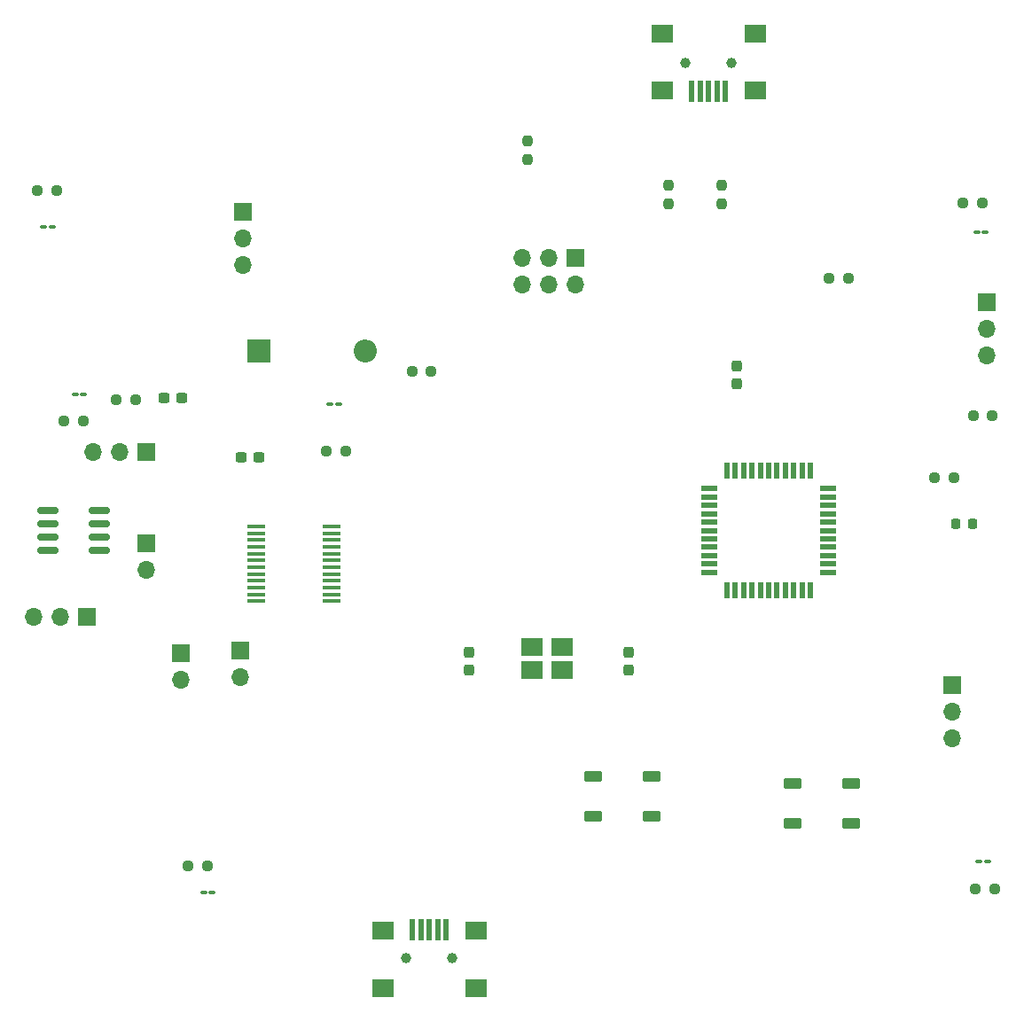
<source format=gts>
G04 #@! TF.GenerationSoftware,KiCad,Pcbnew,7.0.7*
G04 #@! TF.CreationDate,2024-04-23T20:33:32+02:00*
G04 #@! TF.ProjectId,SE3-pad,5345332d-7061-4642-9e6b-696361645f70,rev?*
G04 #@! TF.SameCoordinates,Original*
G04 #@! TF.FileFunction,Soldermask,Top*
G04 #@! TF.FilePolarity,Negative*
%FSLAX46Y46*%
G04 Gerber Fmt 4.6, Leading zero omitted, Abs format (unit mm)*
G04 Created by KiCad (PCBNEW 7.0.7) date 2024-04-23 20:33:32*
%MOMM*%
%LPD*%
G01*
G04 APERTURE LIST*
G04 Aperture macros list*
%AMRoundRect*
0 Rectangle with rounded corners*
0 $1 Rounding radius*
0 $2 $3 $4 $5 $6 $7 $8 $9 X,Y pos of 4 corners*
0 Add a 4 corners polygon primitive as box body*
4,1,4,$2,$3,$4,$5,$6,$7,$8,$9,$2,$3,0*
0 Add four circle primitives for the rounded corners*
1,1,$1+$1,$2,$3*
1,1,$1+$1,$4,$5*
1,1,$1+$1,$6,$7*
1,1,$1+$1,$8,$9*
0 Add four rect primitives between the rounded corners*
20,1,$1+$1,$2,$3,$4,$5,0*
20,1,$1+$1,$4,$5,$6,$7,0*
20,1,$1+$1,$6,$7,$8,$9,0*
20,1,$1+$1,$8,$9,$2,$3,0*%
G04 Aperture macros list end*
%ADD10RoundRect,0.150000X-0.825000X-0.150000X0.825000X-0.150000X0.825000X0.150000X-0.825000X0.150000X0*%
%ADD11RoundRect,0.237500X-0.237500X0.300000X-0.237500X-0.300000X0.237500X-0.300000X0.237500X0.300000X0*%
%ADD12RoundRect,0.237500X0.237500X-0.300000X0.237500X0.300000X-0.237500X0.300000X-0.237500X-0.300000X0*%
%ADD13RoundRect,0.218750X0.218750X0.256250X-0.218750X0.256250X-0.218750X-0.256250X0.218750X-0.256250X0*%
%ADD14RoundRect,0.237500X-0.250000X-0.237500X0.250000X-0.237500X0.250000X0.237500X-0.250000X0.237500X0*%
%ADD15RoundRect,0.237500X-0.237500X0.250000X-0.237500X-0.250000X0.237500X-0.250000X0.237500X0.250000X0*%
%ADD16R,0.550000X1.500000*%
%ADD17R,1.500000X0.550000*%
%ADD18R,1.700000X1.700000*%
%ADD19O,1.700000X1.700000*%
%ADD20RoundRect,0.101600X-0.762000X0.381000X-0.762000X-0.381000X0.762000X-0.381000X0.762000X0.381000X0*%
%ADD21R,2.100000X1.800000*%
%ADD22RoundRect,0.237500X0.237500X-0.250000X0.237500X0.250000X-0.237500X0.250000X-0.237500X-0.250000X0*%
%ADD23RoundRect,0.100000X-0.217500X-0.100000X0.217500X-0.100000X0.217500X0.100000X-0.217500X0.100000X0*%
%ADD24R,2.200000X2.200000*%
%ADD25O,2.200000X2.200000*%
%ADD26RoundRect,0.237500X-0.300000X-0.237500X0.300000X-0.237500X0.300000X0.237500X-0.300000X0.237500X0*%
%ADD27C,1.000000*%
%ADD28R,0.500000X2.000000*%
%ADD29R,2.000000X1.700000*%
%ADD30R,1.750000X0.450000*%
G04 APERTURE END LIST*
D10*
X90525000Y-92095000D03*
X90525000Y-93365000D03*
X90525000Y-94635000D03*
X90525000Y-95905000D03*
X95475000Y-95905000D03*
X95475000Y-94635000D03*
X95475000Y-93365000D03*
X95475000Y-92095000D03*
D11*
X146050000Y-105590000D03*
X146050000Y-107315000D03*
D12*
X130810000Y-107315000D03*
X130810000Y-105590000D03*
X156337000Y-79983500D03*
X156337000Y-78258500D03*
D13*
X178837500Y-93350000D03*
X177262500Y-93350000D03*
D14*
X165180000Y-69850000D03*
X167005000Y-69850000D03*
D15*
X136398000Y-56722000D03*
X136398000Y-58547000D03*
D14*
X175260000Y-88900000D03*
X177085000Y-88900000D03*
D16*
X163400000Y-88280000D03*
X162600000Y-88280000D03*
X161800000Y-88280000D03*
X161000000Y-88280000D03*
X160200000Y-88280000D03*
X159400000Y-88280000D03*
X158600000Y-88280000D03*
X157800000Y-88280000D03*
X157000000Y-88280000D03*
X156200000Y-88280000D03*
X155400000Y-88280000D03*
D17*
X153700000Y-89980000D03*
X153700000Y-90780000D03*
X153700000Y-91580000D03*
X153700000Y-92380000D03*
X153700000Y-93180000D03*
X153700000Y-93980000D03*
X153700000Y-94780000D03*
X153700000Y-95580000D03*
X153700000Y-96380000D03*
X153700000Y-97180000D03*
X153700000Y-97980000D03*
D16*
X155400000Y-99680000D03*
X156200000Y-99680000D03*
X157000000Y-99680000D03*
X157800000Y-99680000D03*
X158600000Y-99680000D03*
X159400000Y-99680000D03*
X160200000Y-99680000D03*
X161000000Y-99680000D03*
X161800000Y-99680000D03*
X162600000Y-99680000D03*
X163400000Y-99680000D03*
D17*
X165100000Y-97980000D03*
X165100000Y-97180000D03*
X165100000Y-96380000D03*
X165100000Y-95580000D03*
X165100000Y-94780000D03*
X165100000Y-93980000D03*
X165100000Y-93180000D03*
X165100000Y-92380000D03*
X165100000Y-91580000D03*
X165100000Y-90780000D03*
X165100000Y-89980000D03*
D18*
X140970000Y-67945000D03*
D19*
X140970000Y-70485000D03*
X138430000Y-67945000D03*
X138430000Y-70485000D03*
X135890000Y-67945000D03*
X135890000Y-70485000D03*
D20*
X148209000Y-121285000D03*
X142621000Y-121285000D03*
X148209000Y-117475000D03*
X142621000Y-117475000D03*
X167259000Y-121920000D03*
X161671000Y-121920000D03*
X167259000Y-118110000D03*
X161671000Y-118110000D03*
D21*
X136800000Y-107315000D03*
X139700000Y-107315000D03*
X139700000Y-105115000D03*
X136800000Y-105115000D03*
D14*
X178950000Y-83000000D03*
X180775000Y-83000000D03*
D22*
X154940000Y-62785000D03*
X154940000Y-60960000D03*
X149860000Y-62785000D03*
X149860000Y-60960000D03*
D14*
X177937500Y-62650000D03*
X179762500Y-62650000D03*
D23*
X117500000Y-81915000D03*
X118315000Y-81915000D03*
D14*
X92087500Y-83500000D03*
X93912500Y-83500000D03*
D18*
X109220000Y-63500000D03*
D19*
X109220000Y-66040000D03*
X109220000Y-68580000D03*
D18*
X94250000Y-102250000D03*
D19*
X91710000Y-102250000D03*
X89170000Y-102250000D03*
D14*
X89587500Y-61500000D03*
X91412500Y-61500000D03*
D18*
X100000000Y-86500000D03*
D19*
X97460000Y-86500000D03*
X94920000Y-86500000D03*
D23*
X90160000Y-65000000D03*
X90975000Y-65000000D03*
X105442500Y-128550000D03*
X106257500Y-128550000D03*
D18*
X100000000Y-95225000D03*
D19*
X100000000Y-97765000D03*
D14*
X179137500Y-128200000D03*
X180962500Y-128200000D03*
D23*
X93160000Y-81000000D03*
X93975000Y-81000000D03*
D14*
X125325000Y-78740000D03*
X127150000Y-78740000D03*
X97087500Y-81500000D03*
X98912500Y-81500000D03*
D18*
X103251000Y-105664000D03*
D19*
X103251000Y-108204000D03*
D24*
X110720000Y-76835000D03*
D25*
X120880000Y-76835000D03*
D26*
X101637500Y-81280000D03*
X103362500Y-81280000D03*
D27*
X155870000Y-49335000D03*
X151470000Y-49335000D03*
D28*
X155270000Y-52035000D03*
X154470000Y-52035000D03*
X153670000Y-52035000D03*
X152870000Y-52035000D03*
X152070000Y-52035000D03*
D29*
X158120000Y-51935000D03*
X158120000Y-46485000D03*
X149220000Y-51935000D03*
X149220000Y-46485000D03*
D23*
X179457500Y-125600000D03*
X180272500Y-125600000D03*
X179257500Y-65500000D03*
X180072500Y-65500000D03*
D18*
X108966000Y-105410000D03*
D19*
X108966000Y-107950000D03*
D27*
X124800000Y-134815000D03*
X129200000Y-134815000D03*
D28*
X125400000Y-132115000D03*
X126200000Y-132115000D03*
X127000000Y-132115000D03*
X127800000Y-132115000D03*
X128600000Y-132115000D03*
D29*
X122550000Y-132215000D03*
X122550000Y-137665000D03*
X131450000Y-132215000D03*
X131450000Y-137665000D03*
D14*
X117150000Y-86360000D03*
X118975000Y-86360000D03*
D26*
X108995000Y-86995000D03*
X110720000Y-86995000D03*
D14*
X103937500Y-126000000D03*
X105762500Y-126000000D03*
D30*
X110490000Y-93580000D03*
X110490000Y-94230000D03*
X110490000Y-94880000D03*
X110490000Y-95530000D03*
X110490000Y-96180000D03*
X110490000Y-96830000D03*
X110490000Y-97480000D03*
X110490000Y-98130000D03*
X110490000Y-98780000D03*
X110490000Y-99430000D03*
X110490000Y-100080000D03*
X110490000Y-100730000D03*
X117690000Y-100730000D03*
X117690000Y-100080000D03*
X117690000Y-99430000D03*
X117690000Y-98780000D03*
X117690000Y-98130000D03*
X117690000Y-97480000D03*
X117690000Y-96830000D03*
X117690000Y-96180000D03*
X117690000Y-95530000D03*
X117690000Y-94880000D03*
X117690000Y-94230000D03*
X117690000Y-93580000D03*
D18*
X176950000Y-108750000D03*
D19*
X176950000Y-111290000D03*
X176950000Y-113830000D03*
D18*
X180200000Y-72200000D03*
D19*
X180200000Y-74740000D03*
X180200000Y-77280000D03*
M02*

</source>
